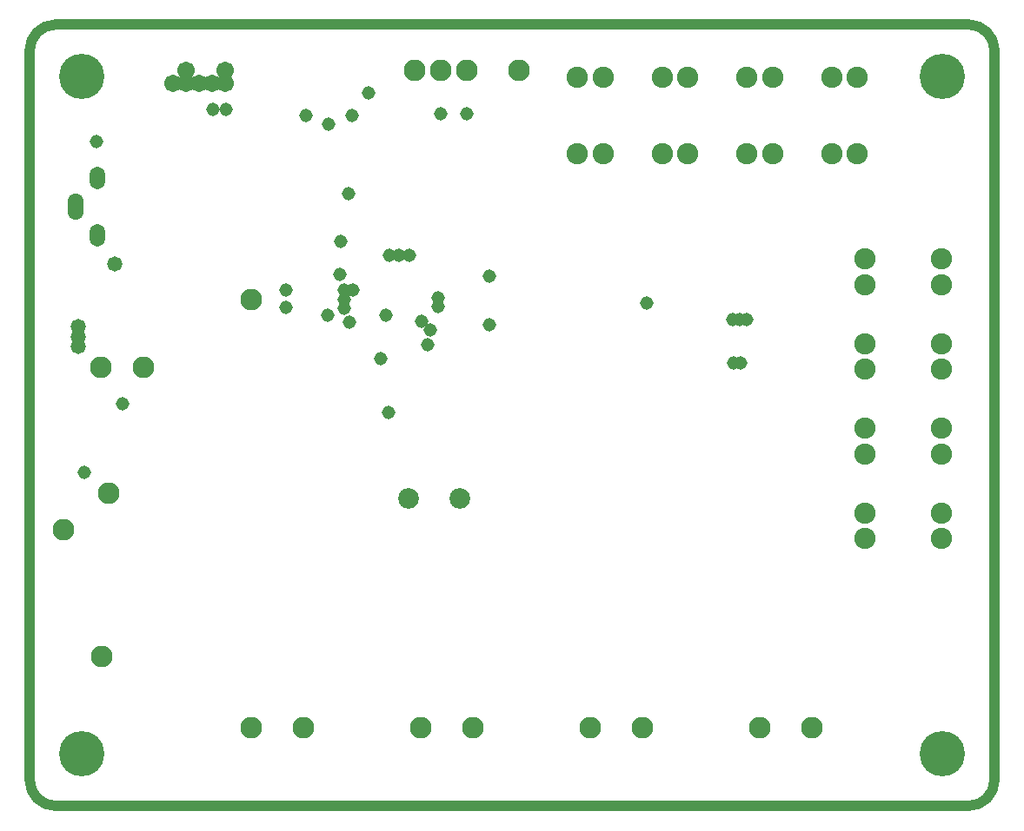
<source format=gbr>
%TF.GenerationSoftware,Altium Limited,Altium Designer,24.2.2 (26)*%
G04 Layer_Physical_Order=2*
G04 Layer_Color=32768*
%FSLAX45Y45*%
%MOMM*%
%TF.SameCoordinates,A4C595DC-B1F2-44DB-B2EC-003EFFDD1F8B*%
%TF.FilePolarity,Negative*%
%TF.FileFunction,Copper,L2,Inr,Plane*%
%TF.Part,Single*%
G01*
G75*
%TA.AperFunction,NonConductor*%
%ADD61C,1.01600*%
%TA.AperFunction,ComponentPad*%
%ADD62C,1.71600*%
%ADD63C,2.06600*%
%ADD64C,2.11600*%
%ADD65C,2.01600*%
%ADD66O,1.51600X2.21600*%
%ADD67O,1.51600X2.61600*%
%TA.AperFunction,ViaPad*%
%ADD68C,4.41600*%
%ADD69C,1.31600*%
%ADD70C,1.47320*%
D61*
X5969000Y4572000D02*
G03*
X6223000Y4318000I254000J0D01*
G01*
X15113000D02*
G03*
X15367000Y4572000I0J254000D01*
G01*
Y11684000D02*
G03*
X15113000Y11938000I-254000J0D01*
G01*
X6223000D02*
G03*
X5969000Y11684000I0J-254000D01*
G01*
X6223000Y4318000D02*
X15113000D01*
X15367000Y4572000D02*
Y11684000D01*
X6223000Y11938000D02*
X15113000D01*
X5969000Y4572000D02*
Y11684000D01*
D62*
X7366000Y11366500D02*
D03*
X7493000D02*
D03*
Y11493500D02*
D03*
X7620000Y11366500D02*
D03*
X7747000D02*
D03*
X7874000D02*
D03*
Y11493500D02*
D03*
D63*
X14108000Y8824500D02*
D03*
Y8574500D02*
D03*
Y9650000D02*
D03*
Y9400000D02*
D03*
Y7999000D02*
D03*
Y7749000D02*
D03*
X14031500Y10679000D02*
D03*
X13781500D02*
D03*
Y11419000D02*
D03*
X14031500D02*
D03*
X11555000Y10679000D02*
D03*
X11305000D02*
D03*
X14848000Y9650000D02*
D03*
Y9400000D02*
D03*
Y8824500D02*
D03*
Y8574500D02*
D03*
Y7999000D02*
D03*
Y7749000D02*
D03*
X14108000Y6923500D02*
D03*
Y7173500D02*
D03*
X14848000D02*
D03*
Y6923500D02*
D03*
X11305000Y11419000D02*
D03*
X11555000D02*
D03*
X12380500Y10679000D02*
D03*
X12130500D02*
D03*
Y11419000D02*
D03*
X12380500D02*
D03*
X13206000Y10679000D02*
D03*
X12956000D02*
D03*
Y11419000D02*
D03*
X13206000D02*
D03*
D64*
X10287000Y5080000D02*
D03*
X9779000D02*
D03*
X13589000D02*
D03*
X13081000D02*
D03*
X8130540Y9258300D02*
D03*
X6301740Y7015480D02*
D03*
X8128000Y5080000D02*
D03*
X8636000D02*
D03*
X11430000D02*
D03*
X11938000D02*
D03*
X9715500Y11493500D02*
D03*
X9969500D02*
D03*
X10223500D02*
D03*
X10731500D02*
D03*
X6736080Y7366000D02*
D03*
X6662420Y8592820D02*
D03*
X6667500Y5778500D02*
D03*
X7081520Y8592820D02*
D03*
D65*
X10156000Y7313500D02*
D03*
X9656000D02*
D03*
D66*
X6628500Y10440000D02*
D03*
Y9880000D02*
D03*
D67*
X6413500Y10160000D02*
D03*
D68*
X14859000Y4826000D02*
D03*
Y11430000D02*
D03*
X6477000Y4826000D02*
D03*
Y11430000D02*
D03*
D69*
X9784080Y9047480D02*
D03*
X9875520Y8960720D02*
D03*
X11983720Y9220200D02*
D03*
X8663940Y11046460D02*
D03*
X9108440D02*
D03*
X9273540Y11272520D02*
D03*
X8879840Y10967720D02*
D03*
X9474200Y9687560D02*
D03*
X9570720Y9685020D02*
D03*
X9664700D02*
D03*
X9438640Y9103360D02*
D03*
X10223500Y11064240D02*
D03*
X8996680Y9822180D02*
D03*
X8991600Y9502140D02*
D03*
X7752080Y11109960D02*
D03*
X7884160D02*
D03*
X9029700Y9169400D02*
D03*
X9075420Y10289540D02*
D03*
X9946640Y9184640D02*
D03*
Y9268460D02*
D03*
X9085580Y9034780D02*
D03*
X8874760Y9105900D02*
D03*
X12818558Y9061002D02*
D03*
X12885420Y9060180D02*
D03*
X12824460Y8641080D02*
D03*
X12890500Y8636000D02*
D03*
X9118600Y9347200D02*
D03*
X9842500Y8815870D02*
D03*
X10447020Y9006840D02*
D03*
X9029700Y9252540D02*
D03*
X12956540Y9060180D02*
D03*
X9029700Y9348260D02*
D03*
X9969500Y11066780D02*
D03*
X6616700Y10797540D02*
D03*
X10444480Y9484360D02*
D03*
X9461500Y8150860D02*
D03*
X9385300Y8676640D02*
D03*
X8468360Y9177020D02*
D03*
Y9344660D02*
D03*
X6878320Y8237220D02*
D03*
X6504940Y7569200D02*
D03*
D70*
X6797040Y9601200D02*
D03*
X6438900Y8801100D02*
D03*
Y8989060D02*
D03*
Y8895080D02*
D03*
%TF.MD5,fc23b2e6d1fba1633b53a554733e86d7*%
M02*

</source>
